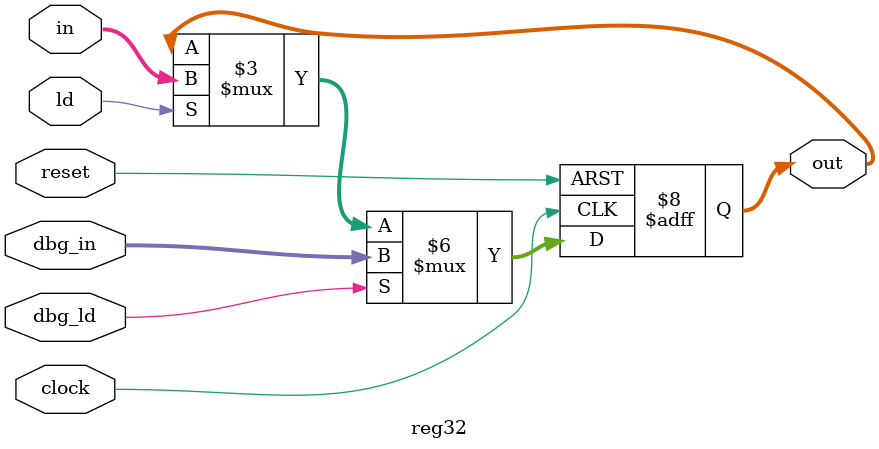
<source format=v>

module reg32(input             clock,
	     input 	       reset,

	     input [31:0]      in,
	     input 	       ld,

	     output reg [31:0] out,

	     input [31:0]      dbg_in,
	     input 	       dbg_ld);

   always @ ( posedge clock or negedge reset )
     if ( !reset )
       out <= 32'h0;
     else if ( dbg_ld )
       out <= dbg_in;
     else if ( ld )
       out <= in;

endmodule // reg32

</source>
